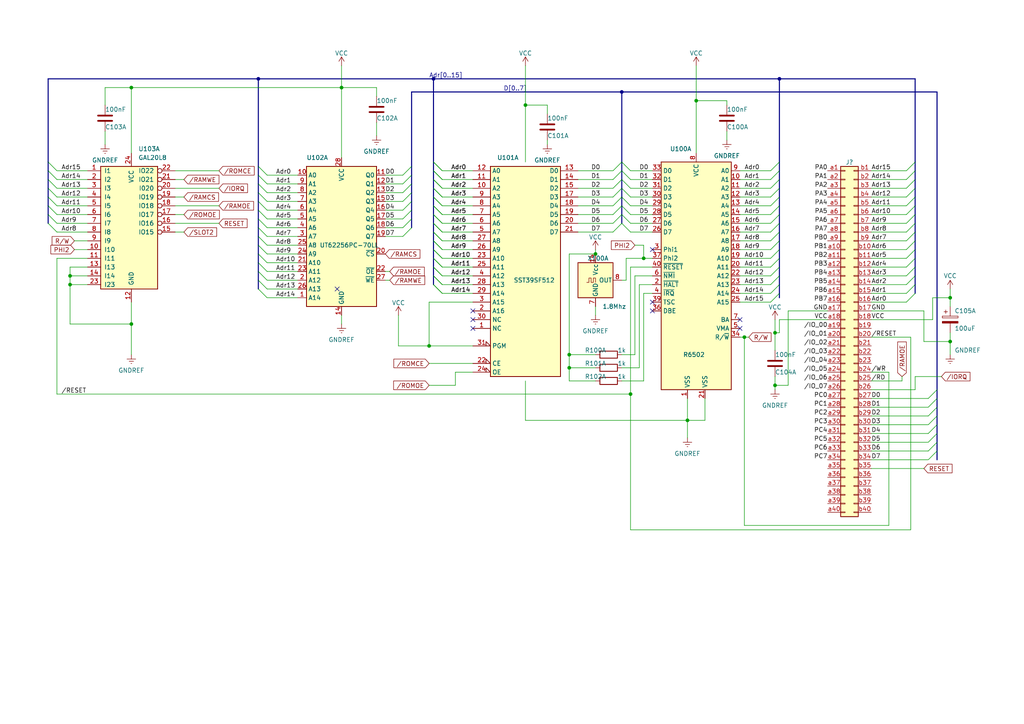
<source format=kicad_sch>
(kicad_sch (version 20211123) (generator eeschema)
  (paper "A4")
  (title_block (title "HMC56") (date "24/02/2024") (rev "A") (company "Open Software") (comment 1 "Retro computer HMC56 using R6502") (comment 2 "Paulo da Silva (pdsilva)") (comment 3 "ppsilv gmail com"))
  (junction (at 165.1 106.68))
  (junction (at 20.32 82.55))
  (junction (at 201.93 29.21))
  (junction (at 199.39 121.92))
  (junction (at 74.93 22.86))
  (junction (at 165.1 102.87))
  (junction (at 152.4 30.48))
  (junction (at 186.69 74.93))
  (junction (at 224.79 96.52))
  (junction (at 224.79 111.76))
  (junction (at 215.9 97.79))
  (junction (at 20.32 80.01))
  (junction (at 275.59 86.36))
  (junction (at 99.06 25.4))
  (junction (at 226.06 22.86))
  (junction (at 180.34 26.67))
  (junction (at 38.1 25.4))
  (junction (at 275.59 99.06))
  (junction (at 124.46 100.33))
  (junction (at 125.73 22.86))
  (junction (at 182.88 114.3))
  (junction (at 172.72 73.66))
  (junction (at 38.1 93.98))
  (no_connect (at 214.63 95.25))
  (no_connect (at 214.63 92.71))
  (no_connect (at 137.16 90.17))
  (no_connect (at 137.16 92.71))
  (no_connect (at 137.16 95.25))
  (no_connect (at 97.79 83.82))
  (no_connect (at 189.23 72.39))
  (no_connect (at 189.23 87.63))
  (no_connect (at 189.23 90.17))
  (bus_entry (at 265.43 64.77) (size -2.54 2.54))
  (bus_entry (at 119.38 60.96) (size -2.54 2.54))
  (bus_entry (at 265.43 49.53) (size -2.54 2.54))
  (bus_entry (at 125.73 80.01) (size 2.54 2.54))
  (bus_entry (at 125.73 54.61) (size 2.54 2.54))
  (bus_entry (at 265.43 77.47) (size -2.54 2.54))
  (bus_entry (at 180.34 62.23) (size -2.54 2.54))
  (bus_entry (at 74.93 83.82) (size 2.54 2.54))
  (bus_entry (at 180.34 46.99) (size -2.54 2.54))
  (bus_entry (at 180.34 54.61) (size -2.54 2.54))
  (bus_entry (at 13.97 54.61) (size 2.54 2.54))
  (bus_entry (at 265.43 80.01) (size -2.54 2.54))
  (bus_entry (at 226.06 54.61) (size -2.54 2.54))
  (bus_entry (at 226.06 46.99) (size -2.54 2.54))
  (bus_entry (at 271.78 130.81) (size -2.54 2.54))
  (bus_entry (at 74.93 71.12) (size 2.54 2.54))
  (bus_entry (at 271.78 118.11) (size -2.54 2.54))
  (bus_entry (at 180.34 52.07) (size -2.54 2.54))
  (bus_entry (at 74.93 68.58) (size 2.54 2.54))
  (bus_entry (at 125.73 67.31) (size 2.54 2.54))
  (bus_entry (at 226.06 82.55) (size -2.54 2.54))
  (bus_entry (at 226.06 49.53) (size -2.54 2.54))
  (bus_entry (at 13.97 62.23) (size 2.54 2.54))
  (bus_entry (at 226.06 62.23) (size -2.54 2.54))
  (bus_entry (at 125.73 77.47) (size 2.54 2.54))
  (bus_entry (at 125.73 46.99) (size 2.54 2.54))
  (bus_entry (at 125.73 59.69) (size 2.54 2.54))
  (bus_entry (at 226.06 67.31) (size -2.54 2.54))
  (bus_entry (at 265.43 69.85) (size -2.54 2.54))
  (bus_entry (at 119.38 63.5) (size -2.54 2.54))
  (bus_entry (at 271.78 125.73) (size -2.54 2.54))
  (bus_entry (at 226.06 69.85) (size -2.54 2.54))
  (bus_entry (at 180.34 54.61) (size 2.54 2.54))
  (bus_entry (at 74.93 53.34) (size 2.54 2.54))
  (bus_entry (at 125.73 52.07) (size 2.54 2.54))
  (bus_entry (at 125.73 57.15) (size 2.54 2.54))
  (bus_entry (at 125.73 46.99) (size 2.54 2.54))
  (bus_entry (at 265.43 52.07) (size -2.54 2.54))
  (bus_entry (at 265.43 54.61) (size -2.54 2.54))
  (bus_entry (at 74.93 73.66) (size 2.54 2.54))
  (bus_entry (at 125.73 77.47) (size 2.54 2.54))
  (bus_entry (at 226.06 64.77) (size -2.54 2.54))
  (bus_entry (at 74.93 50.8) (size 2.54 2.54))
  (bus_entry (at 74.93 63.5) (size 2.54 2.54))
  (bus_entry (at 125.73 62.23) (size 2.54 2.54))
  (bus_entry (at 125.73 82.55) (size 2.54 2.54))
  (bus_entry (at 180.34 59.69) (size -2.54 2.54))
  (bus_entry (at 125.73 64.77) (size 2.54 2.54))
  (bus_entry (at 180.34 57.15) (size -2.54 2.54))
  (bus_entry (at 125.73 62.23) (size 2.54 2.54))
  (bus_entry (at 125.73 49.53) (size 2.54 2.54))
  (bus_entry (at 119.38 53.34) (size -2.54 2.54))
  (bus_entry (at 125.73 57.15) (size 2.54 2.54))
  (bus_entry (at 265.43 72.39) (size -2.54 2.54))
  (bus_entry (at 74.93 78.74) (size 2.54 2.54))
  (bus_entry (at 125.73 64.77) (size 2.54 2.54))
  (bus_entry (at 13.97 46.99) (size 2.54 2.54))
  (bus_entry (at 125.73 49.53) (size 2.54 2.54))
  (bus_entry (at 13.97 59.69) (size 2.54 2.54))
  (bus_entry (at 119.38 66.04) (size -2.54 2.54))
  (bus_entry (at 265.43 59.69) (size -2.54 2.54))
  (bus_entry (at 119.38 55.88) (size -2.54 2.54))
  (bus_entry (at 13.97 49.53) (size 2.54 2.54))
  (bus_entry (at 13.97 52.07) (size 2.54 2.54))
  (bus_entry (at 125.73 74.93) (size 2.54 2.54))
  (bus_entry (at 226.06 72.39) (size -2.54 2.54))
  (bus_entry (at 271.78 123.19) (size -2.54 2.54))
  (bus_entry (at 119.38 50.8) (size -2.54 2.54))
  (bus_entry (at 226.06 59.69) (size -2.54 2.54))
  (bus_entry (at 125.73 67.31) (size 2.54 2.54))
  (bus_entry (at 271.78 128.27) (size -2.54 2.54))
  (bus_entry (at 119.38 48.26) (size -2.54 2.54))
  (bus_entry (at 125.73 59.69) (size 2.54 2.54))
  (bus_entry (at 226.06 77.47) (size -2.54 2.54))
  (bus_entry (at 13.97 64.77) (size 2.54 2.54))
  (bus_entry (at 125.73 72.39) (size 2.54 2.54))
  (bus_entry (at 180.34 46.99) (size 2.54 2.54))
  (bus_entry (at 125.73 74.93) (size 2.54 2.54))
  (bus_entry (at 265.43 46.99) (size -2.54 2.54))
  (bus_entry (at 125.73 69.85) (size 2.54 2.54))
  (bus_entry (at 125.73 82.55) (size 2.54 2.54))
  (bus_entry (at 226.06 85.09) (size -2.54 2.54))
  (bus_entry (at 125.73 72.39) (size 2.54 2.54))
  (bus_entry (at 125.73 52.07) (size 2.54 2.54))
  (bus_entry (at 180.34 57.15) (size 2.54 2.54))
  (bus_entry (at 74.93 48.26) (size 2.54 2.54))
  (bus_entry (at 180.34 64.77) (size 2.54 2.54))
  (bus_entry (at 271.78 113.03) (size -2.54 2.54))
  (bus_entry (at 265.43 82.55) (size -2.54 2.54))
  (bus_entry (at 265.43 67.31) (size -2.54 2.54))
  (bus_entry (at 180.34 49.53) (size -2.54 2.54))
  (bus_entry (at 265.43 74.93) (size -2.54 2.54))
  (bus_entry (at 265.43 62.23) (size -2.54 2.54))
  (bus_entry (at 180.34 49.53) (size 2.54 2.54))
  (bus_entry (at 119.38 58.42) (size -2.54 2.54))
  (bus_entry (at 226.06 52.07) (size -2.54 2.54))
  (bus_entry (at 74.93 76.2) (size 2.54 2.54))
  (bus_entry (at 226.06 74.93) (size -2.54 2.54))
  (bus_entry (at 226.06 80.01) (size -2.54 2.54))
  (bus_entry (at 74.93 58.42) (size 2.54 2.54))
  (bus_entry (at 180.34 64.77) (size -2.54 2.54))
  (bus_entry (at 180.34 62.23) (size 2.54 2.54))
  (bus_entry (at 74.93 66.04) (size 2.54 2.54))
  (bus_entry (at 265.43 85.09) (size -2.54 2.54))
  (bus_entry (at 226.06 57.15) (size -2.54 2.54))
  (bus_entry (at 180.34 52.07) (size 2.54 2.54))
  (bus_entry (at 74.93 55.88) (size 2.54 2.54))
  (bus_entry (at 125.73 69.85) (size 2.54 2.54))
  (bus_entry (at 125.73 80.01) (size 2.54 2.54))
  (bus_entry (at 271.78 120.65) (size -2.54 2.54))
  (bus_entry (at 271.78 115.57) (size -2.54 2.54))
  (bus_entry (at 13.97 57.15) (size 2.54 2.54))
  (bus_entry (at 265.43 57.15) (size -2.54 2.54))
  (bus_entry (at 180.34 59.69) (size 2.54 2.54))
  (bus_entry (at 74.93 60.96) (size 2.54 2.54))
  (bus_entry (at 74.93 81.28) (size 2.54 2.54))
  (bus_entry (at 125.73 54.61) (size 2.54 2.54))
  (bus (pts (xy 125.73 54.61) (xy 125.73 57.15)))
  (bus (pts (xy 265.43 52.07) (xy 265.43 54.61)))
  (wire (pts (xy 128.27 64.77) (xy 137.16 64.77)))
  (bus (pts (xy 13.97 54.61) (xy 13.97 57.15)))
  (bus (pts (xy 13.97 49.53) (xy 13.97 52.07)))
  (wire (pts (xy 167.64 52.07) (xy 177.8 52.07)))
  (wire (pts (xy 16.51 64.77) (xy 25.4 64.77)))
  (bus (pts (xy 180.34 26.67) (xy 271.78 26.67)))
  (bus (pts (xy 74.93 73.66) (xy 74.93 76.2)))
  (wire (pts (xy 111.76 53.34) (xy 116.84 53.34)))
  (wire (pts (xy 172.72 72.39) (xy 172.72 73.66)))
  (wire (pts (xy 252.73 125.73) (xy 269.24 125.73)))
  (wire (pts (xy 172.72 106.68) (xy 165.1 106.68)))
  (bus (pts (xy 13.97 59.69) (xy 13.97 62.23)))
  (wire (pts (xy 214.63 97.79) (xy 215.9 97.79)))
  (wire (pts (xy 124.46 100.33) (xy 115.57 100.33)))
  (wire (pts (xy 99.06 25.4) (xy 109.22 25.4)))
  (bus (pts (xy 226.06 69.85) (xy 226.06 72.39)))
  (wire (pts (xy 111.76 50.8) (xy 116.84 50.8)))
  (bus (pts (xy 265.43 49.53) (xy 265.43 52.07)))
  (wire (pts (xy 275.59 99.06) (xy 275.59 102.87)))
  (bus (pts (xy 74.93 48.26) (xy 74.93 50.8)))
  (bus (pts (xy 119.38 26.67) (xy 180.34 26.67)))
  (bus (pts (xy 180.34 57.15) (xy 180.34 59.69)))
  (wire (pts (xy 172.72 73.66) (xy 165.1 73.66)))
  (wire (pts (xy 50.8 49.53) (xy 63.5 49.53)))
  (bus (pts (xy 119.38 48.26) (xy 119.38 26.67)))
  (wire (pts (xy 38.1 25.4) (xy 38.1 44.45)))
  (wire (pts (xy 240.03 92.71) (xy 226.06 92.71)))
  (bus (pts (xy 125.73 77.47) (xy 125.73 80.01)))
  (wire (pts (xy 214.63 80.01) (xy 223.52 80.01)))
  (wire (pts (xy 115.57 100.33) (xy 115.57 91.44)))
  (wire (pts (xy 252.73 87.63) (xy 262.89 87.63)))
  (wire (pts (xy 21.59 69.85) (xy 25.4 69.85)))
  (wire (pts (xy 167.64 49.53) (xy 177.8 49.53)))
  (bus (pts (xy 125.73 22.86) (xy 125.73 46.99)))
  (wire (pts (xy 189.23 74.93) (xy 186.69 74.93)))
  (wire (pts (xy 38.1 87.63) (xy 38.1 93.98)))
  (wire (pts (xy 201.93 19.05) (xy 201.93 29.21)))
  (wire (pts (xy 77.47 50.8) (xy 86.36 50.8)))
  (bus (pts (xy 125.73 62.23) (xy 125.73 64.77)))
  (wire (pts (xy 210.82 38.1) (xy 210.82 40.64)))
  (wire (pts (xy 128.27 67.31) (xy 137.16 67.31)))
  (wire (pts (xy 182.88 114.3) (xy 182.88 153.67)))
  (bus (pts (xy 226.06 80.01) (xy 226.06 82.55)))
  (wire (pts (xy 99.06 91.44) (xy 99.06 93.98)))
  (wire (pts (xy 273.05 109.22) (xy 265.43 109.22)))
  (bus (pts (xy 119.38 58.42) (xy 119.38 60.96)))
  (wire (pts (xy 167.64 57.15) (xy 177.8 57.15)))
  (bus (pts (xy 119.38 53.34) (xy 119.38 55.88)))
  (wire (pts (xy 77.47 81.28) (xy 86.36 81.28)))
  (wire (pts (xy 77.47 78.74) (xy 86.36 78.74)))
  (wire (pts (xy 182.88 54.61) (xy 189.23 54.61)))
  (bus (pts (xy 226.06 52.07) (xy 226.06 54.61)))
  (wire (pts (xy 128.27 49.53) (xy 137.16 49.53)))
  (bus (pts (xy 265.43 69.85) (xy 265.43 72.39)))
  (wire (pts (xy 16.51 114.3) (xy 182.88 114.3)))
  (wire (pts (xy 252.73 123.19) (xy 269.24 123.19)))
  (bus (pts (xy 265.43 80.01) (xy 265.43 82.55)))
  (wire (pts (xy 214.63 77.47) (xy 223.52 77.47)))
  (wire (pts (xy 270.51 92.71) (xy 270.51 86.36)))
  (bus (pts (xy 265.43 67.31) (xy 265.43 69.85)))
  (bus (pts (xy 265.43 59.69) (xy 265.43 62.23)))
  (wire (pts (xy 167.64 62.23) (xy 177.8 62.23)))
  (wire (pts (xy 214.63 87.63) (xy 223.52 87.63)))
  (wire (pts (xy 20.32 80.01) (xy 25.4 80.01)))
  (wire (pts (xy 38.1 93.98) (xy 38.1 102.87)))
  (wire (pts (xy 214.63 82.55) (xy 223.52 82.55)))
  (wire (pts (xy 252.73 74.93) (xy 262.89 74.93)))
  (wire (pts (xy 111.76 55.88) (xy 116.84 55.88)))
  (bus (pts (xy 125.73 64.77) (xy 125.73 67.31)))
  (bus (pts (xy 125.73 80.01) (xy 125.73 82.55)))
  (bus (pts (xy 125.73 74.93) (xy 125.73 77.47)))
  (wire (pts (xy 111.76 58.42) (xy 116.84 58.42)))
  (bus (pts (xy 265.43 46.99) (xy 265.43 49.53)))
  (wire (pts (xy 77.47 55.88) (xy 86.36 55.88)))
  (wire (pts (xy 252.73 77.47) (xy 262.89 77.47)))
  (wire (pts (xy 128.27 74.93) (xy 137.16 74.93)))
  (wire (pts (xy 20.32 80.01) (xy 20.32 82.55)))
  (wire (pts (xy 16.51 67.31) (xy 25.4 67.31)))
  (wire (pts (xy 252.73 80.01) (xy 262.89 80.01)))
  (wire (pts (xy 128.27 52.07) (xy 137.16 52.07)))
  (bus (pts (xy 226.06 22.86) (xy 226.06 46.99)))
  (bus (pts (xy 125.73 59.69) (xy 125.73 62.23)))
  (bus (pts (xy 125.73 67.31) (xy 125.73 69.85)))
  (wire (pts (xy 99.06 19.05) (xy 99.06 25.4)))
  (bus (pts (xy 226.06 72.39) (xy 226.06 74.93)))
  (wire (pts (xy 265.43 109.22) (xy 265.43 113.03)))
  (bus (pts (xy 226.06 74.93) (xy 226.06 77.47)))
  (wire (pts (xy 214.63 85.09) (xy 223.52 85.09)))
  (wire (pts (xy 181.61 74.93) (xy 181.61 81.28)))
  (bus (pts (xy 180.34 46.99) (xy 180.34 49.53)))
  (wire (pts (xy 275.59 86.36) (xy 275.59 88.9)))
  (bus (pts (xy 271.78 123.19) (xy 271.78 125.73)))
  (wire (pts (xy 16.51 62.23) (xy 25.4 62.23)))
  (wire (pts (xy 77.47 63.5) (xy 86.36 63.5)))
  (bus (pts (xy 125.73 69.85) (xy 125.73 72.39)))
  (wire (pts (xy 214.63 72.39) (xy 223.52 72.39)))
  (wire (pts (xy 201.93 29.21) (xy 201.93 44.45)))
  (bus (pts (xy 265.43 72.39) (xy 265.43 74.93)))
  (wire (pts (xy 21.59 72.39) (xy 25.4 72.39)))
  (wire (pts (xy 214.63 62.23) (xy 223.52 62.23)))
  (bus (pts (xy 74.93 60.96) (xy 74.93 63.5)))
  (wire (pts (xy 172.72 88.9) (xy 172.72 91.44)))
  (bus (pts (xy 226.06 67.31) (xy 226.06 69.85)))
  (bus (pts (xy 226.06 77.47) (xy 226.06 80.01)))
  (wire (pts (xy 128.27 85.09) (xy 137.16 85.09)))
  (wire (pts (xy 20.32 77.47) (xy 25.4 77.47)))
  (wire (pts (xy 152.4 19.05) (xy 152.4 30.48)))
  (bus (pts (xy 226.06 57.15) (xy 226.06 59.69)))
  (wire (pts (xy 214.63 57.15) (xy 223.52 57.15)))
  (bus (pts (xy 271.78 128.27) (xy 271.78 130.81)))
  (wire (pts (xy 77.47 66.04) (xy 86.36 66.04)))
  (wire (pts (xy 20.32 82.55) (xy 25.4 82.55)))
  (wire (pts (xy 182.88 62.23) (xy 189.23 62.23)))
  (wire (pts (xy 128.27 62.23) (xy 137.16 62.23)))
  (wire (pts (xy 16.51 49.53) (xy 25.4 49.53)))
  (bus (pts (xy 180.34 26.67) (xy 180.34 46.99)))
  (wire (pts (xy 50.8 59.69) (xy 63.5 59.69)))
  (wire (pts (xy 252.73 85.09) (xy 262.89 85.09)))
  (wire (pts (xy 152.4 30.48) (xy 152.4 46.99)))
  (wire (pts (xy 184.15 102.87) (xy 184.15 80.01)))
  (wire (pts (xy 50.8 54.61) (xy 63.5 54.61)))
  (wire (pts (xy 186.69 74.93) (xy 181.61 74.93)))
  (bus (pts (xy 226.06 22.86) (xy 265.43 22.86)))
  (bus (pts (xy 125.73 72.39) (xy 125.73 74.93)))
  (bus (pts (xy 271.78 125.73) (xy 271.78 128.27)))
  (bus (pts (xy 271.78 118.11) (xy 271.78 120.65)))
  (bus (pts (xy 74.93 55.88) (xy 74.93 58.42)))
  (wire (pts (xy 264.16 97.79) (xy 264.16 153.67)))
  (bus (pts (xy 265.43 54.61) (xy 265.43 57.15)))
  (bus (pts (xy 119.38 63.5) (xy 119.38 66.04)))
  (wire (pts (xy 124.46 87.63) (xy 124.46 100.33)))
  (bus (pts (xy 119.38 55.88) (xy 119.38 58.42)))
  (bus (pts (xy 74.93 50.8) (xy 74.93 53.34)))
  (wire (pts (xy 252.73 133.35) (xy 269.24 133.35)))
  (wire (pts (xy 252.73 49.53) (xy 262.89 49.53)))
  (wire (pts (xy 181.61 81.28) (xy 180.34 81.28)))
  (wire (pts (xy 267.97 99.06) (xy 275.59 99.06)))
  (wire (pts (xy 252.73 92.71) (xy 270.51 92.71)))
  (wire (pts (xy 252.73 52.07) (xy 262.89 52.07)))
  (bus (pts (xy 180.34 52.07) (xy 180.34 54.61)))
  (wire (pts (xy 16.51 57.15) (xy 25.4 57.15)))
  (wire (pts (xy 77.47 73.66) (xy 86.36 73.66)))
  (bus (pts (xy 74.93 81.28) (xy 74.93 83.82)))
  (wire (pts (xy 215.9 97.79) (xy 215.9 152.4)))
  (wire (pts (xy 275.59 83.82) (xy 275.59 86.36)))
  (wire (pts (xy 240.03 90.17) (xy 228.6 90.17)))
  (wire (pts (xy 184.15 71.12) (xy 186.69 71.12)))
  (bus (pts (xy 74.93 76.2) (xy 74.93 78.74)))
  (wire (pts (xy 252.73 82.55) (xy 262.89 82.55)))
  (wire (pts (xy 275.59 96.52) (xy 275.59 99.06)))
  (wire (pts (xy 132.08 111.76) (xy 132.08 107.95)))
  (wire (pts (xy 152.4 110.49) (xy 152.4 121.92)))
  (wire (pts (xy 165.1 73.66) (xy 165.1 102.87)))
  (bus (pts (xy 13.97 62.23) (xy 13.97 64.77)))
  (bus (pts (xy 226.06 59.69) (xy 226.06 62.23)))
  (bus (pts (xy 226.06 54.61) (xy 226.06 57.15)))
  (wire (pts (xy 30.48 38.1) (xy 30.48 41.91)))
  (wire (pts (xy 182.88 57.15) (xy 189.23 57.15)))
  (wire (pts (xy 99.06 25.4) (xy 99.06 45.72)))
  (wire (pts (xy 30.48 25.4) (xy 38.1 25.4)))
  (wire (pts (xy 252.73 128.27) (xy 269.24 128.27)))
  (wire (pts (xy 109.22 27.94) (xy 109.22 25.4)))
  (wire (pts (xy 270.51 86.36) (xy 275.59 86.36)))
  (wire (pts (xy 257.81 107.95) (xy 257.81 152.4)))
  (wire (pts (xy 252.73 120.65) (xy 269.24 120.65)))
  (wire (pts (xy 252.73 115.57) (xy 269.24 115.57)))
  (wire (pts (xy 167.64 59.69) (xy 177.8 59.69)))
  (wire (pts (xy 186.69 85.09) (xy 189.23 85.09)))
  (bus (pts (xy 74.93 22.86) (xy 74.93 48.26)))
  (wire (pts (xy 182.88 77.47) (xy 182.88 114.3)))
  (bus (pts (xy 125.73 46.99) (xy 125.73 49.53)))
  (wire (pts (xy 186.69 110.49) (xy 186.69 85.09)))
  (wire (pts (xy 137.16 100.33) (xy 124.46 100.33)))
  (wire (pts (xy 165.1 102.87) (xy 172.72 102.87)))
  (bus (pts (xy 74.93 78.74) (xy 74.93 81.28)))
  (wire (pts (xy 199.39 121.92) (xy 204.47 121.92)))
  (wire (pts (xy 265.43 113.03) (xy 252.73 113.03)))
  (wire (pts (xy 77.47 53.34) (xy 86.36 53.34)))
  (wire (pts (xy 180.34 110.49) (xy 186.69 110.49)))
  (wire (pts (xy 252.73 110.49) (xy 261.62 110.49)))
  (bus (pts (xy 226.06 64.77) (xy 226.06 67.31)))
  (wire (pts (xy 167.64 64.77) (xy 177.8 64.77)))
  (bus (pts (xy 226.06 85.09) (xy 226.06 86.36)))
  (wire (pts (xy 50.8 52.07) (xy 53.34 52.07)))
  (wire (pts (xy 214.63 69.85) (xy 223.52 69.85)))
  (bus (pts (xy 226.06 46.99) (xy 226.06 49.53)))
  (bus (pts (xy 265.43 77.47) (xy 265.43 80.01)))
  (wire (pts (xy 252.73 118.11) (xy 269.24 118.11)))
  (bus (pts (xy 226.06 62.23) (xy 226.06 64.77)))
  (wire (pts (xy 226.06 96.52) (xy 224.79 96.52)))
  (bus (pts (xy 271.78 115.57) (xy 271.78 118.11)))
  (wire (pts (xy 182.88 153.67) (xy 264.16 153.67)))
  (bus (pts (xy 265.43 62.23) (xy 265.43 64.77)))
  (bus (pts (xy 125.73 22.86) (xy 226.06 22.86)))
  (wire (pts (xy 111.76 68.58) (xy 116.84 68.58)))
  (bus (pts (xy 271.78 113.03) (xy 271.78 115.57)))
  (bus (pts (xy 13.97 46.99) (xy 13.97 49.53)))
  (bus (pts (xy 180.34 59.69) (xy 180.34 62.23)))
  (bus (pts (xy 226.06 82.55) (xy 226.06 85.09)))
  (wire (pts (xy 158.75 40.64) (xy 158.75 41.91)))
  (wire (pts (xy 167.64 54.61) (xy 177.8 54.61)))
  (wire (pts (xy 252.73 57.15) (xy 262.89 57.15)))
  (bus (pts (xy 271.78 130.81) (xy 271.78 133.35)))
  (wire (pts (xy 77.47 60.96) (xy 86.36 60.96)))
  (wire (pts (xy 20.32 93.98) (xy 38.1 93.98)))
  (wire (pts (xy 252.73 59.69) (xy 262.89 59.69)))
  (wire (pts (xy 16.51 52.07) (xy 25.4 52.07)))
  (wire (pts (xy 16.51 59.69) (xy 25.4 59.69)))
  (wire (pts (xy 214.63 64.77) (xy 223.52 64.77)))
  (wire (pts (xy 261.62 110.49) (xy 261.62 109.22)))
  (wire (pts (xy 252.73 54.61) (xy 262.89 54.61)))
  (bus (pts (xy 13.97 22.86) (xy 74.93 22.86)))
  (bus (pts (xy 13.97 57.15) (xy 13.97 59.69)))
  (wire (pts (xy 128.27 59.69) (xy 137.16 59.69)))
  (bus (pts (xy 125.73 52.07) (xy 125.73 54.61)))
  (wire (pts (xy 50.8 62.23) (xy 53.34 62.23)))
  (wire (pts (xy 77.47 86.36) (xy 86.36 86.36)))
  (wire (pts (xy 228.6 90.17) (xy 228.6 111.76)))
  (wire (pts (xy 252.73 69.85) (xy 262.89 69.85)))
  (wire (pts (xy 252.73 62.23) (xy 262.89 62.23)))
  (wire (pts (xy 128.27 54.61) (xy 137.16 54.61)))
  (bus (pts (xy 119.38 60.96) (xy 119.38 63.5)))
  (wire (pts (xy 224.79 109.22) (xy 224.79 111.76)))
  (wire (pts (xy 215.9 97.79) (xy 217.17 97.79)))
  (wire (pts (xy 172.72 110.49) (xy 165.1 110.49)))
  (bus (pts (xy 271.78 26.67) (xy 271.78 113.03)))
  (bus (pts (xy 74.93 53.34) (xy 74.93 55.88)))
  (wire (pts (xy 224.79 96.52) (xy 224.79 101.6)))
  (wire (pts (xy 158.75 33.02) (xy 158.75 30.48)))
  (wire (pts (xy 252.73 135.89) (xy 267.97 135.89)))
  (bus (pts (xy 74.93 22.86) (xy 125.73 22.86)))
  (wire (pts (xy 182.88 49.53) (xy 189.23 49.53)))
  (bus (pts (xy 13.97 22.86) (xy 13.97 46.99)))
  (wire (pts (xy 77.47 83.82) (xy 86.36 83.82)))
  (wire (pts (xy 224.79 111.76) (xy 224.79 113.03)))
  (wire (pts (xy 214.63 52.07) (xy 223.52 52.07)))
  (bus (pts (xy 125.73 49.53) (xy 125.73 52.07)))
  (bus (pts (xy 74.93 63.5) (xy 74.93 66.04)))
  (wire (pts (xy 180.34 102.87) (xy 184.15 102.87)))
  (bus (pts (xy 271.78 120.65) (xy 271.78 123.19)))
  (wire (pts (xy 214.63 74.93) (xy 223.52 74.93)))
  (wire (pts (xy 189.23 77.47) (xy 182.88 77.47)))
  (wire (pts (xy 124.46 105.41) (xy 137.16 105.41)))
  (wire (pts (xy 252.73 90.17) (xy 267.97 90.17)))
  (wire (pts (xy 137.16 87.63) (xy 124.46 87.63)))
  (bus (pts (xy 13.97 52.07) (xy 13.97 54.61)))
  (wire (pts (xy 16.51 114.3) (xy 16.51 74.93)))
  (wire (pts (xy 77.47 58.42) (xy 86.36 58.42)))
  (wire (pts (xy 109.22 35.56) (xy 109.22 39.37)))
  (wire (pts (xy 267.97 90.17) (xy 267.97 99.06)))
  (wire (pts (xy 152.4 30.48) (xy 158.75 30.48)))
  (wire (pts (xy 20.32 77.47) (xy 20.32 80.01)))
  (wire (pts (xy 20.32 82.55) (xy 20.32 93.98)))
  (wire (pts (xy 50.8 67.31) (xy 53.34 67.31)))
  (wire (pts (xy 165.1 106.68) (xy 165.1 102.87)))
  (wire (pts (xy 214.63 67.31) (xy 223.52 67.31)))
  (bus (pts (xy 265.43 22.86) (xy 265.43 46.99)))
  (wire (pts (xy 226.06 92.71) (xy 226.06 96.52)))
  (bus (pts (xy 180.34 62.23) (xy 180.34 64.77)))
  (wire (pts (xy 257.81 152.4) (xy 215.9 152.4)))
  (bus (pts (xy 74.93 58.42) (xy 74.93 60.96)))
  (wire (pts (xy 128.27 57.15) (xy 137.16 57.15)))
  (wire (pts (xy 77.47 76.2) (xy 86.36 76.2)))
  (wire (pts (xy 111.76 66.04) (xy 116.84 66.04)))
  (wire (pts (xy 128.27 82.55) (xy 137.16 82.55)))
  (wire (pts (xy 16.51 74.93) (xy 25.4 74.93)))
  (wire (pts (xy 128.27 77.47) (xy 137.16 77.47)))
  (wire (pts (xy 182.88 64.77) (xy 189.23 64.77)))
  (wire (pts (xy 77.47 68.58) (xy 86.36 68.58)))
  (wire (pts (xy 182.88 67.31) (xy 189.23 67.31)))
  (wire (pts (xy 252.73 107.95) (xy 257.81 107.95)))
  (wire (pts (xy 252.73 67.31) (xy 262.89 67.31)))
  (wire (pts (xy 180.34 106.68) (xy 185.42 106.68)))
  (bus (pts (xy 265.43 64.77) (xy 265.43 67.31)))
  (wire (pts (xy 132.08 107.95) (xy 137.16 107.95)))
  (bus (pts (xy 74.93 71.12) (xy 74.93 73.66)))
  (wire (pts (xy 214.63 59.69) (xy 223.52 59.69)))
  (wire (pts (xy 111.76 81.28) (xy 113.03 81.28)))
  (wire (pts (xy 167.64 67.31) (xy 177.8 67.31)))
  (wire (pts (xy 38.1 25.4) (xy 99.06 25.4)))
  (wire (pts (xy 30.48 30.48) (xy 30.48 25.4)))
  (wire (pts (xy 182.88 59.69) (xy 189.23 59.69)))
  (wire (pts (xy 252.73 72.39) (xy 262.89 72.39)))
  (wire (pts (xy 210.82 29.21) (xy 210.82 30.48)))
  (bus (pts (xy 119.38 50.8) (xy 119.38 53.34)))
  (wire (pts (xy 201.93 29.21) (xy 210.82 29.21)))
  (wire (pts (xy 185.42 106.68) (xy 185.42 82.55)))
  (wire (pts (xy 50.8 64.77) (xy 63.5 64.77)))
  (wire (pts (xy 152.4 121.92) (xy 199.39 121.92)))
  (wire (pts (xy 182.88 52.07) (xy 189.23 52.07)))
  (wire (pts (xy 111.76 63.5) (xy 116.84 63.5)))
  (wire (pts (xy 252.73 97.79) (xy 264.16 97.79)))
  (wire (pts (xy 128.27 80.01) (xy 137.16 80.01)))
  (wire (pts (xy 199.39 115.57) (xy 199.39 121.92)))
  (wire (pts (xy 165.1 110.49) (xy 165.1 106.68)))
  (wire (pts (xy 228.6 111.76) (xy 224.79 111.76)))
  (bus (pts (xy 125.73 57.15) (xy 125.73 59.69)))
  (wire (pts (xy 186.69 71.12) (xy 186.69 74.93)))
  (wire (pts (xy 111.76 60.96) (xy 116.84 60.96)))
  (bus (pts (xy 226.06 49.53) (xy 226.06 52.07)))
  (bus (pts (xy 265.43 74.93) (xy 265.43 77.47)))
  (wire (pts (xy 16.51 54.61) (xy 25.4 54.61)))
  (bus (pts (xy 265.43 57.15) (xy 265.43 59.69)))
  (bus (pts (xy 180.34 54.61) (xy 180.34 57.15)))
  (wire (pts (xy 252.73 64.77) (xy 262.89 64.77)))
  (bus (pts (xy 180.34 49.53) (xy 180.34 52.07)))
  (bus (pts (xy 74.93 68.58) (xy 74.93 71.12)))
  (wire (pts (xy 204.47 121.92) (xy 204.47 115.57)))
  (wire (pts (xy 50.8 57.15) (xy 53.34 57.15)))
  (bus (pts (xy 265.43 82.55) (xy 265.43 85.09)))
  (wire (pts (xy 124.46 111.76) (xy 132.08 111.76)))
  (wire (pts (xy 77.47 71.12) (xy 86.36 71.12)))
  (bus (pts (xy 74.93 66.04) (xy 74.93 68.58)))
  (wire (pts (xy 128.27 72.39) (xy 137.16 72.39)))
  (wire (pts (xy 214.63 49.53) (xy 223.52 49.53)))
  (wire (pts (xy 199.39 121.92) (xy 199.39 127)))
  (bus (pts (xy 119.38 48.26) (xy 119.38 50.8)))
  (wire (pts (xy 224.79 92.71) (xy 224.79 96.52)))
  (wire (pts (xy 128.27 69.85) (xy 137.16 69.85)))
  (wire (pts (xy 184.15 80.01) (xy 189.23 80.01)))
  (wire (pts (xy 111.76 78.74) (xy 113.03 78.74)))
  (wire (pts (xy 185.42 82.55) (xy 189.23 82.55)))
  (wire (pts (xy 252.73 130.81) (xy 269.24 130.81)))
  (wire (pts (xy 214.63 54.61) (xy 223.52 54.61)))
  (label "Adr4" (at 252.73 77.47 0))
  (label "Adr10" (at 130.81 74.93 0))
  (label "PB6" (at 240.03 85.09 180))
  (label "Adr8" (at 17.78 67.31 0))
  (label "D1" (at 111.76 53.34 0))
  (label "Adr13" (at 130.81 82.55 0))
  (label "{slash}IO_02" (at 240.03 100.33 180))
  (label "Adr6" (at 252.73 72.39 0))
  (label "{slash}IO_01" (at 240.03 97.79 180))
  (label "D5" (at 111.76 63.5 0))
  (label "Adr9" (at 130.81 72.39 0))
  (label "PC1" (at 240.03 118.11 180))
  (label "D0" (at 252.73 115.57 0))
  (label "Adr14" (at 17.78 52.07 0))
  (label "D7" (at 171.45 67.31 0))
  (label "D2" (at 171.45 54.61 0))
  (label "Adr10" (at 80.01 76.2 0))
  (label "{slash}WR" (at 252.73 107.95 0))
  (label "Adr5" (at 215.9 62.23 0))
  (label "Adr3" (at 130.81 57.15 0))
  (label "Adr9" (at 130.81 72.39 0))
  (label "Adr12" (at 252.73 57.15 0))
  (label "D0" (at 111.76 50.8 0))
  (label "D4" (at 252.73 125.73 0))
  (label "PA7" (at 240.03 67.31 180))
  (label "Adr5" (at 130.81 62.23 0))
  (label "PA0" (at 240.03 49.53 180))
  (label "D5" (at 252.73 128.27 0))
  (label "{slash}IO_03" (at 240.03 102.87 180))
  (label "D2" (at 185.42 54.61 0))
  (label "{slash}IO_06" (at 240.03 110.49 180))
  (label "Adr[0..15]" (at 124.46 22.86 0))
  (label "Adr11" (at 130.81 77.47 0))
  (label "Adr9" (at 80.01 73.66 0))
  (label "PA5" (at 240.03 62.23 180))
  (label "D3" (at 185.42 57.15 0))
  (label "Adr7" (at 130.81 67.31 0))
  (label "Adr1" (at 130.81 52.07 0))
  (label "Adr7" (at 130.81 67.31 0))
  (label "Adr10" (at 17.78 62.23 0))
  (label "PB7" (at 240.03 87.63 180))
  (label "D1" (at 171.45 52.07 0))
  (label "Adr2" (at 80.01 55.88 0))
  (label "PB4" (at 240.03 80.01 180))
  (label "D5" (at 171.45 62.23 0))
  (label "Adr5" (at 130.81 62.23 0))
  (label "Adr1" (at 252.73 85.09 0))
  (label "Adr0" (at 80.01 50.8 0))
  (label "Adr10" (at 130.81 74.93 0))
  (label "Adr5" (at 252.73 74.93 0))
  (label "Adr7" (at 80.01 68.58 0))
  (label "Adr15" (at 252.73 49.53 0))
  (label "D2" (at 252.73 120.65 0))
  (label "D3" (at 252.73 123.19 0))
  (label "PA2" (at 240.03 54.61 180))
  (label "Adr11" (at 80.01 78.74 0))
  (label "D4" (at 171.45 59.69 0))
  (label "Adr6" (at 130.81 64.77 0))
  (label "Adr3" (at 215.9 57.15 0))
  (label "Adr3" (at 252.73 80.01 0))
  (label "Adr11" (at 252.73 59.69 0))
  (label "D6" (at 111.76 66.04 0))
  (label "Adr12" (at 17.78 57.15 0))
  (label "PC5" (at 240.03 128.27 180))
  (label "PB5" (at 240.03 82.55 180))
  (label "{slash}IO_07" (at 240.03 113.03 180))
  (label "Adr12" (at 130.81 80.01 0))
  (label "Adr7" (at 215.9 67.31 0))
  (label "Adr12" (at 130.81 80.01 0))
  (label "Adr4" (at 80.01 60.96 0))
  (label "Adr13" (at 17.78 54.61 0))
  (label "{slash}IO_04" (at 240.03 105.41 180))
  (label "PC3" (at 240.03 123.19 180))
  (label "Adr14" (at 130.81 85.09 0))
  (label "PC7" (at 240.03 133.35 180))
  (label "PA1" (at 240.03 52.07 180))
  (label "Adr11" (at 17.78 59.69 0))
  (label "Adr0" (at 252.73 87.63 0))
  (label "{slash}RESET" (at 252.73 97.79 0))
  (label "Adr4" (at 130.81 59.69 0))
  (label "PC2" (at 240.03 120.65 180))
  (label "Adr13" (at 130.81 82.55 0))
  (label "D6" (at 185.42 64.77 0))
  (label "D7" (at 185.42 67.31 0))
  (label "Adr1" (at 130.81 52.07 0))
  (label "Adr8" (at 130.81 69.85 0))
  (label "Adr0" (at 130.81 49.53 0))
  (label "Adr11" (at 215.9 77.47 0))
  (label "Adr8" (at 80.01 71.12 0))
  (label "Adr0" (at 130.81 49.53 0))
  (label "D1" (at 252.73 118.11 0))
  (label "Adr2" (at 130.81 54.61 0))
  (label "Adr9" (at 252.73 64.77 0))
  (label "Adr11" (at 130.81 77.47 0))
  (label "PC6" (at 240.03 130.81 180))
  (label "Adr14" (at 252.73 52.07 0))
  (label "Adr6" (at 215.9 64.77 0))
  (label "Adr1" (at 215.9 52.07 0))
  (label "PC0" (at 240.03 115.57 180))
  (label "{slash}RD" (at 252.73 110.49 0))
  (label "D2" (at 111.76 55.88 0))
  (label "Adr0" (at 215.9 49.53 0))
  (label "Adr10" (at 215.9 74.93 0))
  (label "D[0..7]" (at 146.05 26.67 0))
  (label "D4" (at 185.42 59.69 0))
  (label "Adr6" (at 130.81 64.77 0))
  (label "PB0" (at 240.03 69.85 180))
  (label "Adr4" (at 215.9 59.69 0))
  (label "Adr14" (at 215.9 85.09 0))
  (label "Adr14" (at 80.01 86.36 0))
  (label "VCC" (at 240.03 92.71 180))
  (label "Adr8" (at 252.73 67.31 0))
  (label "D3" (at 171.45 57.15 0))
  (label "Adr5" (at 80.01 63.5 0))
  (label "Adr13" (at 215.9 82.55 0))
  (label "PC4" (at 240.03 125.73 180))
  (label "D5" (at 185.42 62.23 0))
  (label "Adr8" (at 130.81 69.85 0))
  (label "PA4" (at 240.03 59.69 180))
  (label "Adr2" (at 130.81 54.61 0))
  (label "Adr12" (at 80.01 81.28 0))
  (label "Adr13" (at 80.01 83.82 0))
  (label "Adr8" (at 215.9 69.85 0))
  (label "D1" (at 185.42 52.07 0))
  (label "{slash}RESET" (at 17.78 114.3 0))
  (label "VCC" (at 252.73 92.71 0))
  (label "D4" (at 111.76 60.96 0))
  (label "Adr6" (at 80.01 66.04 0))
  (label "GND" (at 240.03 90.17 180))
  (label "D7" (at 111.76 68.58 0))
  (label "Adr1" (at 80.01 53.34 0))
  (label "D6" (at 171.45 64.77 0))
  (label "{slash}IO_05" (at 240.03 107.95 180))
  (label "Adr3" (at 130.81 57.15 0))
  (label "Adr4" (at 130.81 59.69 0))
  (label "GND" (at 252.73 90.17 0))
  (label "PB3" (at 240.03 77.47 180))
  (label "PB1" (at 240.03 72.39 180))
  (label "D6" (at 252.73 130.81 0))
  (label "Adr15" (at 215.9 87.63 0))
  (label "Adr3" (at 80.01 58.42 0))
  (label "PA6" (at 240.03 64.77 180))
  (label "PB2" (at 240.03 74.93 180))
  (label "PA3" (at 240.03 57.15 180))
  (label "D7" (at 252.73 133.35 0))
  (label "D3" (at 111.76 58.42 0))
  (label "Adr13" (at 252.73 54.61 0))
  (label "{slash}IO_00" (at 240.03 95.25 180))
  (label "Adr12" (at 215.9 80.01 0))
  (label "Adr2" (at 215.9 54.61 0))
  (label "Adr14" (at 130.81 85.09 0))
  (label "Adr9" (at 215.9 72.39 0))
  (label "Adr2" (at 252.73 82.55 0))
  (label "Adr10" (at 252.73 62.23 0))
  (label "Adr7" (at 252.73 69.85 0))
  (label "D0" (at 185.42 49.53 0))
  (label "D0" (at 171.45 49.53 0))
  (label "Adr9" (at 17.78 64.77 0))
  (label "Adr15" (at 17.78 49.53 0))
  (global_label "RESET" (shape input) (at 267.97 135.89 0) (property "Intersheet References" "${INTERSHEET_REFS}" (effects hide)))
  (global_label "{slash}RAMOE" (shape input) (at 113.03 78.74 0) (property "Intersheet References" "${INTERSHEET_REFS}" (effects hide)))
  (global_label "{slash}RAMWE" (shape input) (at 53.34 52.07 0) (property "Intersheet References" "${INTERSHEET_REFS}" (effects hide)))
  (global_label "{slash}RAMCS" (shape input) (at 53.34 57.15 0) (property "Intersheet References" "${INTERSHEET_REFS}" (effects hide)))
  (global_label "{slash}RAMCS" (shape input) (at 111.76 73.66 0) (property "Intersheet References" "${INTERSHEET_REFS}" (effects hide)))
  (global_label "{slash}RAMOE" (shape input) (at 63.5 59.69 0) (property "Intersheet References" "${INTERSHEET_REFS}" (effects hide)))
  (global_label "{slash}RAMWE" (shape input) (at 113.03 81.28 0) (property "Intersheet References" "${INTERSHEET_REFS}" (effects hide)))
  (global_label "{slash}IORQ" (shape input) (at 63.5 54.61 0) (property "Intersheet References" "${INTERSHEET_REFS}" (effects hide)))
  (global_label "{slash}ROMOE" (shape input) (at 124.46 111.76 180) (property "Intersheet References" "${INTERSHEET_REFS}" (effects hide)))
  (global_label "{slash}RAMOE" (shape input) (at 261.62 109.22 90) (property "Intersheet References" "${INTERSHEET_REFS}" (effects hide)))
  (global_label "R{slash}W" (shape input) (at 217.17 97.79 0) (property "Intersheet References" "${INTERSHEET_REFS}" (effects hide)))
  (global_label "{slash}ROMCE" (shape input) (at 63.5 49.53 0) (property "Intersheet References" "${INTERSHEET_REFS}" (effects hide)))
  (global_label "{slash}ROMOE" (shape input) (at 53.34 62.23 0) (property "Intersheet References" "${INTERSHEET_REFS}" (effects hide)))
  (global_label "PHI2" (shape input) (at 184.15 71.12 180) (property "Intersheet References" "${INTERSHEET_REFS}" (effects hide)))
  (global_label "{slash}SLOT2" (shape input) (at 53.34 67.31 0) (property "Intersheet References" "${INTERSHEET_REFS}" (effects hide)))
  (global_label "RESET" (shape input) (at 63.5 64.77 0) (property "Intersheet References" "${INTERSHEET_REFS}" (effects hide)))
  (global_label "{slash}ROMCE" (shape input) (at 124.46 105.41 180) (property "Intersheet References" "${INTERSHEET_REFS}" (effects hide)))
  (global_label "{slash}IORQ" (shape input) (at 273.05 109.22 0) (property "Intersheet References" "${INTERSHEET_REFS}" (effects hide)))
  (global_label "R{slash}W" (shape input) (at 21.59 69.85 180) (property "Intersheet References" "${INTERSHEET_REFS}" (effects hide)))
  (global_label "PHI2" (shape input) (at 21.59 72.39 180) (property "Intersheet References" "${INTERSHEET_REFS}" (effects hide)))
  (symbol (lib_id "power:GNDREF") (at 38.1 102.87 0) (unit 1)
    (property "Reference" "#PWR?" (effects hide))
    (property "Value" "GNDREF" (at 38.1 107.4325 0))
  )
  (symbol (lib_id "Device:R") (at 176.53 106.68 90) (unit 1)
    (property "Reference" "R101A" (at 172.72 105.41 90))
    (property "Value" "1k" (at 180.34 105.41 90))
  )
  (symbol (lib_id "power:VCC") (at 172.72 72.39 0) (unit 1)
    (property "Reference" "#PWR?" (effects hide))
    (property "Value" "VCC" (at 172.72 68.7855 0))
  )
  (symbol (lib_id "power:GNDREF") (at 199.39 127 0) (unit 1)
    (property "Reference" "#PWR?" (effects hide))
    (property "Value" "GNDREF" (at 199.39 131.5625 0))
  )
  (symbol (lib_id "power:GNDREF") (at 99.06 93.98 0) (unit 1)
    (property "Reference" "#PWR?" (effects hide))
    (property "Value" "GNDREF" (at 99.06 98.5425 0))
  )
  (symbol (lib_id "power:GNDREF") (at 109.22 39.37 0) (unit 1)
    (property "Reference" "#PWR?" (effects hide))
    (property "Value" "GNDREF" (at 109.22 43.9325 0))
  )
  (symbol (lib_id "Device:C") (at 158.75 36.83 0) (unit 1)
    (property "Reference" "C101A" (at 158.75 39.37 0) (effects (justify left)))
    (property "Value" "100nF" (at 158.75 34.29 0) (effects (justify left)))
  )
  (symbol (lib_id "power:GNDREF") (at 172.72 91.44 0) (unit 1)
    (property "Reference" "#PWR?" (effects hide))
    (property "Value" "GNDREF" (at 172.72 96.0025 0))
  )
  (symbol (lib_id "Device:R") (at 176.53 110.49 90) (unit 1)
    (property "Reference" "R102A" (at 172.72 109.22 90))
    (property "Value" "1k" (at 180.34 109.22 90))
  )
  (symbol (lib_id "power:GNDREF") (at 30.48 41.91 0) (unit 1)
    (property "Reference" "#PWR?" (effects hide))
    (property "Value" "GNDREF" (at 30.48 46.4725 0))
  )
  (symbol (lib_id "Device:C_Polarized") (at 275.59 92.71 0) (unit 1)
    (property "Reference" "C105A" (at 276.86 90.17 0) (effects (justify left)))
    (property "Value" "100uF" (at 276.86 95.25 0) (effects (justify left)))
  )
  (symbol (lib_id "Device:C") (at 109.22 31.75 0) (unit 1)
    (property "Reference" "C102A" (at 109.22 34.29 0) (effects (justify left)))
    (property "Value" "100nF" (at 109.22 29.21 0) (effects (justify left)))
  )
  (symbol (lib_id "Device:C") (at 210.82 34.29 0) (unit 1)
    (property "Reference" "C100A" (at 210.82 36.83 0) (effects (justify left)))
    (property "Value" "100nF" (at 210.82 31.75 0) (effects (justify left)))
  )
  (symbol (lib_id "power:VCC") (at 99.06 19.05 0) (unit 1)
    (property "Reference" "#PWR?" (effects hide))
    (property "Value" "VCC" (at 99.06 15.4455 0))
  )
  (symbol (lib_id "power:GNDREF") (at 275.59 102.87 0) (unit 1)
    (property "Reference" "#PWR?" (effects hide))
    (property "Value" "GNDREF" (at 280.67 101.6 0))
  )
  (symbol (lib_id "Oscillator:ACO-xxxMHz") (at 172.72 81.28 0) (unit 1)
    (property "Reference" "X100A" (at 176.53 74.93 0) (effects (justify right)))
    (property "Value" "1.8Mhz" (at 181.61 88.9 0) (effects (justify right)))
    (property "Footprint" "Oscillator:Oscillator_DIP-14" (effects hide))
    (property "Datasheet" "http://www.conwin.com/datasheets/cx/cx030.pdf" (effects hide))
  )
  (symbol (lib_id "Device:C") (at 30.48 34.29 0) (unit 1)
    (property "Reference" "C103A" (at 30.48 36.83 0) (effects (justify left)))
    (property "Value" "100nF" (at 30.48 31.75 0) (effects (justify left)))
  )
  (symbol (lib_id "power:VCC") (at 152.4 19.05 0) (unit 1)
    (property "Reference" "#PWR?" (effects hide))
    (property "Value" "VCC" (at 152.4 15.4455 0))
  )
  (symbol (lib_id "CPU_NXP_6800:MC6800") (at 201.93 80.01 0) (unit 1)
    (property "Reference" "U100A" (at 194.31 43.18 0) (effects (justify left)))
    (property "Value" "R6502" (at 198.12 102.87 0) (effects (justify left)))
    (property "Footprint" "Package_DIP:DIP-40_W15.24mm" (effects hide))
    (property "Datasheet" "http://pdf.datasheetcatalog.com/datasheet/motorola/MC68A00L.pdf" (effects hide))
  )
  (symbol (lib_id "power:VCC") (at 224.79 92.71 0) (unit 1)
    (property "Reference" "#PWR?" (effects hide))
    (property "Value" "VCC" (at 224.79 89.1055 0))
  )
  (symbol (lib_id "power:GNDREF") (at 210.82 40.64 0) (unit 1)
    (property "Reference" "#PWR?" (effects hide))
    (property "Value" "GNDREF" (at 210.82 45.2025 0))
  )
  (symbol (lib_id "power:VCC") (at 115.57 91.44 0) (unit 1)
    (property "Reference" "#PWR?" (effects hide))
    (property "Value" "VCC" (at 115.57 87.8355 0))
  )
  (symbol (lib_id "Memory_RAM:HM62256BLP") (at 99.06 68.58 0) (unit 1)
    (property "Reference" "U102A" (at 88.9 45.72 0) (effects (justify left)))
    (property "Value" "UT62256PC-70LL" (at 92.71 71.12 0) (effects (justify left)))
    (property "Footprint" "Package_DIP:DIP-28_W15.24mm" (effects hide))
    (property "Datasheet" "https://web.mit.edu/6.115/www/document/62256.pdf" (effects hide))
  )
  (symbol (lib_id "power:VCC") (at 201.93 19.05 0) (unit 1)
    (property "Reference" "#PWR?" (effects hide))
    (property "Value" "VCC" (at 201.93 15.4455 0))
  )
  (symbol (lib_id "Device:C") (at 224.79 105.41 0) (unit 1)
    (property "Reference" "C104A" (at 224.79 107.95 0) (effects (justify left)))
    (property "Value" "100nF" (at 224.79 102.87 0) (effects (justify left)))
  )
  (symbol (lib_id "power:GNDREF") (at 224.79 113.03 0) (unit 1)
    (property "Reference" "#PWR?" (effects hide))
    (property "Value" "GNDREF" (at 224.79 117.5925 0))
  )
  (symbol (lib_id "Logic_Programmable:PAL20L8") (at 38.1 67.31 0) (unit 1)
    (property "Reference" "U103A" (at 40.1194 43.18 0) (effects (justify left)))
    (property "Value" "GAL20L8" (at 40.1194 45.72 0) (effects (justify left)))
  )
  (symbol (lib_id "Memory_Flash:SST39SF010") (at 152.4 80.01 0) (unit 1)
    (property "Reference" "U101A" (at 147.32 45.72 0))
    (property "Value" "SST39SF512" (at 154.94 81.28 0))
    (property "Datasheet" "http://ww1.microchip.com/downloads/en/DeviceDoc/25022B.pdf" (effects hide))
  )
  (symbol (lib_id "Connector_Generic:Conn_02x40_Row_Letter_First") (at 245.11 97.79 0) (unit 1)
    (property "Reference" "J?" (at 246.38 47.0685 0))
    (property "Value" "Conn_02x40_Row_Letter_First" (effects hide))
  )
  (symbol (lib_id "Device:R") (at 176.53 102.87 90) (unit 1)
    (property "Reference" "R100A" (at 172.72 101.6 90))
    (property "Value" "1k" (at 180.34 101.6 90))
  )
  (symbol (lib_id "power:GNDREF") (at 158.75 41.91 0) (unit 1)
    (property "Reference" "#PWR?" (effects hide))
    (property "Value" "GNDREF" (at 158.75 46.4725 0))
  )
  (symbol (lib_id "power:VCC") (at 275.59 83.82 0) (unit 1)
    (property "Reference" "#PWR?" (effects hide))
    (property "Value" "VCC" (at 275.59 80.01 0))
  )
)
</source>
